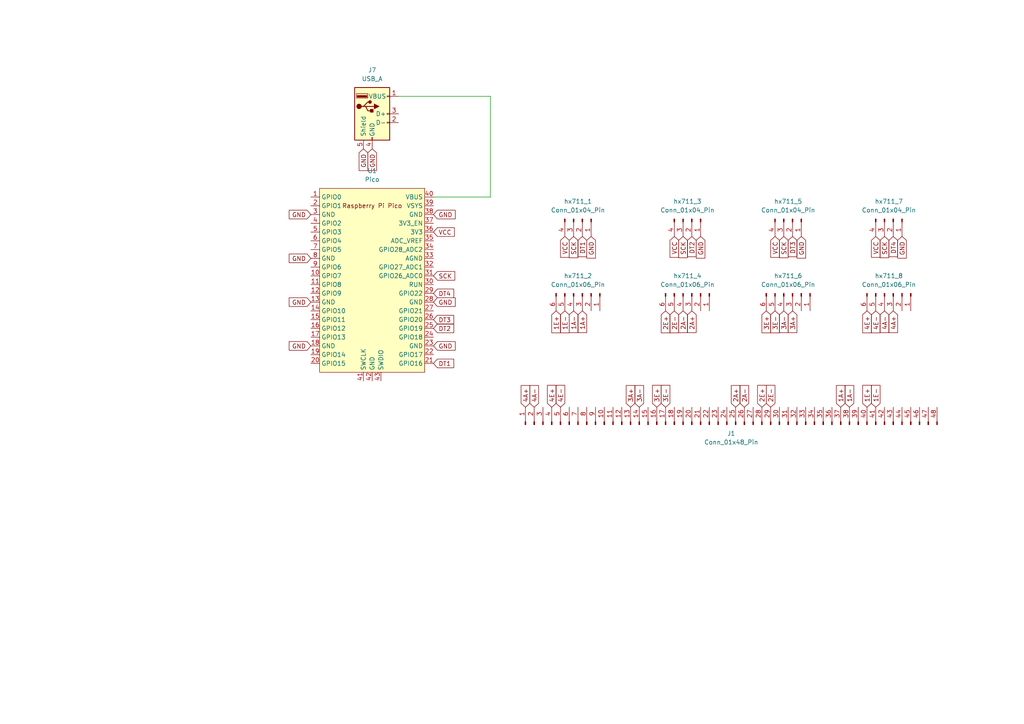
<source format=kicad_sch>
(kicad_sch (version 20231120) (generator "eeschema") (generator_version "8.0")
  (paper "A4")
  (lib_symbols
    (symbol "Connector:Conn_01x04_Pin" (pin_names (offset 1.016) hide)
      (property "Reference" "J" (at 0 5.08 0))
      (property "Value" "Conn_01x04_Pin" (at 0 -7.62 0))
      (symbol "Conn_01x04_Pin_1_1"
        (polyline (pts (xy 1.27 -5.08) (xy 0.8636 -5.08)) (stroke (width 0.1524)))
        (polyline (pts (xy 1.27 -2.54) (xy 0.8636 -2.54)) (stroke (width 0.1524)))
        (polyline (pts (xy 1.27 0) (xy 0.8636 0)) (stroke (width 0.1524)))
        (polyline (pts (xy 1.27 2.54) (xy 0.8636 2.54)) (stroke (width 0.1524)))
        (rectangle (start 0.8636 -4.953) (end 0 -5.207) (stroke (width 0.1524)) (fill (type outline)))
        (rectangle (start 0.8636 -2.413) (end 0 -2.667) (stroke (width 0.1524)) (fill (type outline)))
        (rectangle (start 0.8636 0.127) (end 0 -0.127) (stroke (width 0.1524)) (fill (type outline)))
        (rectangle (start 0.8636 2.667) (end 0 2.413) (stroke (width 0.1524)) (fill (type outline)))
        (pin passive line (at 5.08 2.54 180) (length 3.81) (name "Pin_1") (number "1"))
        (pin passive line (at 5.08 0 180) (length 3.81) (name "Pin_2") (number "2"))
        (pin passive line (at 5.08 -2.54 180) (length 3.81) (name "Pin_3") (number "3"))
        (pin passive line (at 5.08 -5.08 180) (length 3.81) (name "Pin_4") (number "4"))
      )
    )
    (symbol "Connector:Conn_01x06_Pin" (pin_names (offset 1.016) hide)
      (property "Reference" "J" (at 0 7.62 0))
      (property "Value" "Conn_01x06_Pin" (at 0 -10.16 0))
      (symbol "Conn_01x06_Pin_1_1"
        (polyline (pts (xy 1.27 -7.62) (xy 0.8636 -7.62)) (stroke (width 0.1524)))
        (polyline (pts (xy 1.27 -5.08) (xy 0.8636 -5.08)) (stroke (width 0.1524)))
        (polyline (pts (xy 1.27 -2.54) (xy 0.8636 -2.54)) (stroke (width 0.1524)))
        (polyline (pts (xy 1.27 0) (xy 0.8636 0)) (stroke (width 0.1524)))
        (polyline (pts (xy 1.27 2.54) (xy 0.8636 2.54)) (stroke (width 0.1524)))
        (polyline (pts (xy 1.27 5.08) (xy 0.8636 5.08)) (stroke (width 0.1524)))
        (rectangle (start 0.8636 -7.493) (end 0 -7.747) (stroke (width 0.1524)) (fill (type outline)))
        (rectangle (start 0.8636 -4.953) (end 0 -5.207) (stroke (width 0.1524)) (fill (type outline)))
        (rectangle (start 0.8636 -2.413) (end 0 -2.667) (stroke (width 0.1524)) (fill (type outline)))
        (rectangle (start 0.8636 0.127) (end 0 -0.127) (stroke (width 0.1524)) (fill (type outline)))
        (rectangle (start 0.8636 2.667) (end 0 2.413) (stroke (width 0.1524)) (fill (type outline)))
        (rectangle (start 0.8636 5.207) (end 0 4.953) (stroke (width 0.1524)) (fill (type outline)))
        (pin passive line (at 5.08 5.08 180) (length 3.81) (name "Pin_1") (number "1"))
        (pin passive line (at 5.08 2.54 180) (length 3.81) (name "Pin_2") (number "2"))
        (pin passive line (at 5.08 0 180) (length 3.81) (name "Pin_3") (number "3"))
        (pin passive line (at 5.08 -2.54 180) (length 3.81) (name "Pin_4") (number "4"))
        (pin passive line (at 5.08 -5.08 180) (length 3.81) (name "Pin_5") (number "5"))
        (pin passive line (at 5.08 -7.62 180) (length 3.81) (name "Pin_6") (number "6"))
      )
    )
    (symbol "Connector:Conn_01x48_Pin" (pin_names (offset 1.016) hide)
      (property "Reference" "J" (at 0 60.96 0))
      (property "Value" "Conn_01x48_Pin" (at 0 -63.5 0))
      (symbol "Conn_01x48_Pin_1_1"
        (polyline (pts (xy 1.27 -60.96) (xy 0.8636 -60.96)) (stroke (width 0.1524)))
        (polyline (pts (xy 1.27 -58.42) (xy 0.8636 -58.42)) (stroke (width 0.1524)))
        (polyline (pts (xy 1.27 -55.88) (xy 0.8636 -55.88)) (stroke (width 0.1524)))
        (polyline (pts (xy 1.27 -53.34) (xy 0.8636 -53.34)) (stroke (width 0.1524)))
        (polyline (pts (xy 1.27 -50.8) (xy 0.8636 -50.8)) (stroke (width 0.1524)))
        (polyline (pts (xy 1.27 -48.26) (xy 0.8636 -48.26)) (stroke (width 0.1524)))
        (polyline (pts (xy 1.27 -45.72) (xy 0.8636 -45.72)) (stroke (width 0.1524)))
        (polyline (pts (xy 1.27 -43.18) (xy 0.8636 -43.18)) (stroke (width 0.1524)))
        (polyline (pts (xy 1.27 -40.64) (xy 0.8636 -40.64)) (stroke (width 0.1524)))
        (polyline (pts (xy 1.27 -38.1) (xy 0.8636 -38.1)) (stroke (width 0.1524)))
        (polyline (pts (xy 1.27 -35.56) (xy 0.8636 -35.56)) (stroke (width 0.1524)))
        (polyline (pts (xy 1.27 -33.02) (xy 0.8636 -33.02)) (stroke (width 0.1524)))
        (polyline (pts (xy 1.27 -30.48) (xy 0.8636 -30.48)) (stroke (width 0.1524)))
        (polyline (pts (xy 1.27 -27.94) (xy 0.8636 -27.94)) (stroke (width 0.1524)))
        (polyline (pts (xy 1.27 -25.4) (xy 0.8636 -25.4)) (stroke (width 0.1524)))
        (polyline (pts (xy 1.27 -22.86) (xy 0.8636 -22.86)) (stroke (width 0.1524)))
        (polyline (pts (xy 1.27 -20.32) (xy 0.8636 -20.32)) (stroke (width 0.1524)))
        (polyline (pts (xy 1.27 -17.78) (xy 0.8636 -17.78)) (stroke (width 0.1524)))
        (polyline (pts (xy 1.27 -15.24) (xy 0.8636 -15.24)) (stroke (width 0.1524)))
        (polyline (pts (xy 1.27 -12.7) (xy 0.8636 -12.7)) (stroke (width 0.1524)))
        (polyline (pts (xy 1.27 -10.16) (xy 0.8636 -10.16)) (stroke (width 0.1524)))
        (polyline (pts (xy 1.27 -7.62) (xy 0.8636 -7.62)) (stroke (width 0.1524)))
        (polyline (pts (xy 1.27 -5.08) (xy 0.8636 -5.08)) (stroke (width 0.1524)))
        (polyline (pts (xy 1.27 -2.54) (xy 0.8636 -2.54)) (stroke (width 0.1524)))
        (polyline (pts (xy 1.27 0) (xy 0.8636 0)) (stroke (width 0.1524)))
        (polyline (pts (xy 1.27 2.54) (xy 0.8636 2.54)) (stroke (width 0.1524)))
        (polyline (pts (xy 1.27 5.08) (xy 0.8636 5.08)) (stroke (width 0.1524)))
        (polyline (pts (xy 1.27 7.62) (xy 0.8636 7.62)) (stroke (width 0.1524)))
        (polyline (pts (xy 1.27 10.16) (xy 0.8636 10.16)) (stroke (width 0.1524)))
        (polyline (pts (xy 1.27 12.7) (xy 0.8636 12.7)) (stroke (width 0.1524)))
        (polyline (pts (xy 1.27 15.24) (xy 0.8636 15.24)) (stroke (width 0.1524)))
        (polyline (pts (xy 1.27 17.78) (xy 0.8636 17.78)) (stroke (width 0.1524)))
        (polyline (pts (xy 1.27 20.32) (xy 0.8636 20.32)) (stroke (width 0.1524)))
        (polyline (pts (xy 1.27 22.86) (xy 0.8636 22.86)) (stroke (width 0.1524)))
        (polyline (pts (xy 1.27 25.4) (xy 0.8636 25.4)) (stroke (width 0.1524)))
        (polyline (pts (xy 1.27 27.94) (xy 0.8636 27.94)) (stroke (width 0.1524)))
        (polyline (pts (xy 1.27 30.48) (xy 0.8636 30.48)) (stroke (width 0.1524)))
        (polyline (pts (xy 1.27 33.02) (xy 0.8636 33.02)) (stroke (width 0.1524)))
        (polyline (pts (xy 1.27 35.56) (xy 0.8636 35.56)) (stroke (width 0.1524)))
        (polyline (pts (xy 1.27 38.1) (xy 0.8636 38.1)) (stroke (width 0.1524)))
        (polyline (pts (xy 1.27 40.64) (xy 0.8636 40.64)) (stroke (width 0.1524)))
        (polyline (pts (xy 1.27 43.18) (xy 0.8636 43.18)) (stroke (width 0.1524)))
        (polyline (pts (xy 1.27 45.72) (xy 0.8636 45.72)) (stroke (width 0.1524)))
        (polyline (pts (xy 1.27 48.26) (xy 0.8636 48.26)) (stroke (width 0.1524)))
        (polyline (pts (xy 1.27 50.8) (xy 0.8636 50.8)) (stroke (width 0.1524)))
        (polyline (pts (xy 1.27 53.34) (xy 0.8636 53.34)) (stroke (width 0.1524)))
        (polyline (pts (xy 1.27 55.88) (xy 0.8636 55.88)) (stroke (width 0.1524)))
        (polyline (pts (xy 1.27 58.42) (xy 0.8636 58.42)) (stroke (width 0.1524)))
        (rectangle (start 0.8636 -60.833) (end 0 -61.087) (stroke (width 0.1524)) (fill (type outline)))
        (rectangle (start 0.8636 -58.293) (end 0 -58.547) (stroke (width 0.1524)) (fill (type outline)))
        (rectangle (start 0.8636 -55.753) (end 0 -56.007) (stroke (width 0.1524)) (fill (type outline)))
        (rectangle (start 0.8636 -53.213) (end 0 -53.467) (stroke (width 0.1524)) (fill (type outline)))
        (rectangle (start 0.8636 -50.673) (end 0 -50.927) (stroke (width 0.1524)) (fill (type outline)))
        (rectangle (start 0.8636 -48.133) (end 0 -48.387) (stroke (width 0.1524)) (fill (type outline)))
        (rectangle (start 0.8636 -45.593) (end 0 -45.847) (stroke (width 0.1524)) (fill (type outline)))
        (rectangle (start 0.8636 -43.053) (end 0 -43.307) (stroke (width 0.1524)) (fill (type outline)))
        (rectangle (start 0.8636 -40.513) (end 0 -40.767) (stroke (width 0.1524)) (fill (type outline)))
        (rectangle (start 0.8636 -37.973) (end 0 -38.227) (stroke (width 0.1524)) (fill (type outline)))
        (rectangle (start 0.8636 -35.433) (end 0 -35.687) (stroke (width 0.1524)) (fill (type outline)))
        (rectangle (start 0.8636 -32.893) (end 0 -33.147) (stroke (width 0.1524)) (fill (type outline)))
        (rectangle (start 0.8636 -30.353) (end 0 -30.607) (stroke (width 0.1524)) (fill (type outline)))
        (rectangle (start 0.8636 -27.813) (end 0 -28.067) (stroke (width 0.1524)) (fill (type outline)))
        (rectangle (start 0.8636 -25.273) (end 0 -25.527) (stroke (width 0.1524)) (fill (type outline)))
        (rectangle (start 0.8636 -22.733) (end 0 -22.987) (stroke (width 0.1524)) (fill (type outline)))
        (rectangle (start 0.8636 -20.193) (end 0 -20.447) (stroke (width 0.1524)) (fill (type outline)))
        (rectangle (start 0.8636 -17.653) (end 0 -17.907) (stroke (width 0.1524)) (fill (type outline)))
        (rectangle (start 0.8636 -15.113) (end 0 -15.367) (stroke (width 0.1524)) (fill (type outline)))
        (rectangle (start 0.8636 -12.573) (end 0 -12.827) (stroke (width 0.1524)) (fill (type outline)))
        (rectangle (start 0.8636 -10.033) (end 0 -10.287) (stroke (width 0.1524)) (fill (type outline)))
        (rectangle (start 0.8636 -7.493) (end 0 -7.747) (stroke (width 0.1524)) (fill (type outline)))
        (rectangle (start 0.8636 -4.953) (end 0 -5.207) (stroke (width 0.1524)) (fill (type outline)))
        (rectangle (start 0.8636 -2.413) (end 0 -2.667) (stroke (width 0.1524)) (fill (type outline)))
        (rectangle (start 0.8636 0.127) (end 0 -0.127) (stroke (width 0.1524)) (fill (type outline)))
        (rectangle (start 0.8636 2.667) (end 0 2.413) (stroke (width 0.1524)) (fill (type outline)))
        (rectangle (start 0.8636 5.207) (end 0 4.953) (stroke (width 0.1524)) (fill (type outline)))
        (rectangle (start 0.8636 7.747) (end 0 7.493) (stroke (width 0.1524)) (fill (type outline)))
        (rectangle (start 0.8636 10.287) (end 0 10.033) (stroke (width 0.1524)) (fill (type outline)))
        (rectangle (start 0.8636 12.827) (end 0 12.573) (stroke (width 0.1524)) (fill (type outline)))
        (rectangle (start 0.8636 15.367) (end 0 15.113) (stroke (width 0.1524)) (fill (type outline)))
        (rectangle (start 0.8636 17.907) (end 0 17.653) (stroke (width 0.1524)) (fill (type outline)))
        (rectangle (start 0.8636 20.447) (end 0 20.193) (stroke (width 0.1524)) (fill (type outline)))
        (rectangle (start 0.8636 22.987) (end 0 22.733) (stroke (width 0.1524)) (fill (type outline)))
        (rectangle (start 0.8636 25.527) (end 0 25.273) (stroke (width 0.1524)) (fill (type outline)))
        (rectangle (start 0.8636 28.067) (end 0 27.813) (stroke (width 0.1524)) (fill (type outline)))
        (rectangle (start 0.8636 30.607) (end 0 30.353) (stroke (width 0.1524)) (fill (type outline)))
        (rectangle (start 0.8636 33.147) (end 0 32.893) (stroke (width 0.1524)) (fill (type outline)))
        (rectangle (start 0.8636 35.687) (end 0 35.433) (stroke (width 0.1524)) (fill (type outline)))
        (rectangle (start 0.8636 38.227) (end 0 37.973) (stroke (width 0.1524)) (fill (type outline)))
        (rectangle (start 0.8636 40.767) (end 0 40.513) (stroke (width 0.1524)) (fill (type outline)))
        (rectangle (start 0.8636 43.307) (end 0 43.053) (stroke (width 0.1524)) (fill (type outline)))
        (rectangle (start 0.8636 45.847) (end 0 45.593) (stroke (width 0.1524)) (fill (type outline)))
        (rectangle (start 0.8636 48.387) (end 0 48.133) (stroke (width 0.1524)) (fill (type outline)))
        (rectangle (start 0.8636 50.927) (end 0 50.673) (stroke (width 0.1524)) (fill (type outline)))
        (rectangle (start 0.8636 53.467) (end 0 53.213) (stroke (width 0.1524)) (fill (type outline)))
        (rectangle (start 0.8636 56.007) (end 0 55.753) (stroke (width 0.1524)) (fill (type outline)))
        (rectangle (start 0.8636 58.547) (end 0 58.293) (stroke (width 0.1524)) (fill (type outline)))
        (pin passive line (at 5.08 58.42 180) (length 3.81) (name "Pin_1") (number "1"))
        (pin passive line (at 5.08 35.56 180) (length 3.81) (name "Pin_10") (number "10"))
        (pin passive line (at 5.08 33.02 180) (length 3.81) (name "Pin_11") (number "11"))
        (pin passive line (at 5.08 30.48 180) (length 3.81) (name "Pin_12") (number "12"))
        (pin passive line (at 5.08 27.94 180) (length 3.81) (name "Pin_13") (number "13"))
        (pin passive line (at 5.08 25.4 180) (length 3.81) (name "Pin_14") (number "14"))
        (pin passive line (at 5.08 22.86 180) (length 3.81) (name "Pin_15") (number "15"))
        (pin passive line (at 5.08 20.32 180) (length 3.81) (name "Pin_16") (number "16"))
        (pin passive line (at 5.08 17.78 180) (length 3.81) (name "Pin_17") (number "17"))
        (pin passive line (at 5.08 15.24 180) (length 3.81) (name "Pin_18") (number "18"))
        (pin passive line (at 5.08 12.7 180) (length 3.81) (name "Pin_19") (number "19"))
        (pin passive line (at 5.08 55.88 180) (length 3.81) (name "Pin_2") (number "2"))
        (pin passive line (at 5.08 10.16 180) (length 3.81) (name "Pin_20") (number "20"))
        (pin passive line (at 5.08 7.62 180) (length 3.81) (name "Pin_21") (number "21"))
        (pin passive line (at 5.08 5.08 180) (length 3.81) (name "Pin_22") (number "22"))
        (pin passive line (at 5.08 2.54 180) (length 3.81) (name "Pin_23") (number "23"))
        (pin passive line (at 5.08 0 180) (length 3.81) (name "Pin_24") (number "24"))
        (pin passive line (at 5.08 -2.54 180) (length 3.81) (name "Pin_25") (number "25"))
        (pin passive line (at 5.08 -5.08 180) (length 3.81) (name "Pin_26") (number "26"))
        (pin passive line (at 5.08 -7.62 180) (length 3.81) (name "Pin_27") (number "27"))
        (pin passive line (at 5.08 -10.16 180) (length 3.81) (name "Pin_28") (number "28"))
        (pin passive line (at 5.08 -12.7 180) (length 3.81) (name "Pin_29") (number "29"))
        (pin passive line (at 5.08 53.34 180) (length 3.81) (name "Pin_3") (number "3"))
        (pin passive line (at 5.08 -15.24 180) (length 3.81) (name "Pin_30") (number "30"))
        (pin passive line (at 5.08 -17.78 180) (length 3.81) (name "Pin_31") (number "31"))
        (pin passive line (at 5.08 -20.32 180) (length 3.81) (name "Pin_32") (number "32"))
        (pin passive line (at 5.08 -22.86 180) (length 3.81) (name "Pin_33") (number "33"))
        (pin passive line (at 5.08 -25.4 180) (length 3.81) (name "Pin_34") (number "34"))
        (pin passive line (at 5.08 -27.94 180) (length 3.81) (name "Pin_35") (number "35"))
        (pin passive line (at 5.08 -30.48 180) (length 3.81) (name "Pin_36") (number "36"))
        (pin passive line (at 5.08 -33.02 180) (length 3.81) (name "Pin_37") (number "37"))
        (pin passive line (at 5.08 -35.56 180) (length 3.81) (name "Pin_38") (number "38"))
        (pin passive line (at 5.08 -38.1 180) (length 3.81) (name "Pin_39") (number "39"))
        (pin passive line (at 5.08 50.8 180) (length 3.81) (name "Pin_4") (number "4"))
        (pin passive line (at 5.08 -40.64 180) (length 3.81) (name "Pin_40") (number "40"))
        (pin passive line (at 5.08 -43.18 180) (length 3.81) (name "Pin_41") (number "41"))
        (pin passive line (at 5.08 -45.72 180) (length 3.81) (name "Pin_42") (number "42"))
        (pin passive line (at 5.08 -48.26 180) (length 3.81) (name "Pin_43") (number "43"))
        (pin passive line (at 5.08 -50.8 180) (length 3.81) (name "Pin_44") (number "44"))
        (pin passive line (at 5.08 -53.34 180) (length 3.81) (name "Pin_45") (number "45"))
        (pin passive line (at 5.08 -55.88 180) (length 3.81) (name "Pin_46") (number "46"))
        (pin passive line (at 5.08 -58.42 180) (length 3.81) (name "Pin_47") (number "47"))
        (pin passive line (at 5.08 -60.96 180) (length 3.81) (name "Pin_48") (number "48"))
        (pin passive line (at 5.08 48.26 180) (length 3.81) (name "Pin_5") (number "5"))
        (pin passive line (at 5.08 45.72 180) (length 3.81) (name "Pin_6") (number "6"))
        (pin passive line (at 5.08 43.18 180) (length 3.81) (name "Pin_7") (number "7"))
        (pin passive line (at 5.08 40.64 180) (length 3.81) (name "Pin_8") (number "8"))
        (pin passive line (at 5.08 38.1 180) (length 3.81) (name "Pin_9") (number "9"))
      )
    )
    (symbol "Connector:USB_A" (pin_names (offset 1.016))
      (property "Reference" "J" (at -5.08 11.43 0))
      (property "Value" "USB_A" (at -5.08 8.89 0))
      (symbol "USB_A_0_1"
        (rectangle (start -5.08 -7.62) (end 5.08 7.62) (stroke (width 0.254)) (fill (type background)))
        (circle (center -3.81 2.159) (radius 0.635) (stroke (width 0.254)) (fill (type outline)))
        (rectangle (start -1.524 4.826) (end -4.318 5.334) (fill (type outline)))
        (rectangle (start -1.27 4.572) (end -4.572 5.842))
        (circle (center -0.635 3.429) (radius 0.381) (stroke (width 0.254)) (fill (type outline)))
        (rectangle (start -0.127 -7.62) (end 0.127 -6.858))
        (polyline (pts (xy -3.175 2.159) (xy -2.54 2.159) (xy -1.27 3.429) (xy -0.635 3.429)) (stroke (width 0.254)))
        (polyline (pts (xy -2.54 2.159) (xy -1.905 2.159) (xy -1.27 0.889) (xy 0 0.889)) (stroke (width 0.254)))
        (polyline (pts (xy 0.635 2.794) (xy 0.635 1.524) (xy 1.905 2.159) (xy 0.635 2.794)) (stroke (width 0.254)) (fill (type outline)))
        (rectangle (start 0.254 1.27) (end -0.508 0.508) (stroke (width 0.254)) (fill (type outline)))
        (rectangle (start 5.08 -2.667) (end 4.318 -2.413))
        (rectangle (start 5.08 -0.127) (end 4.318 0.127))
        (rectangle (start 5.08 4.953) (end 4.318 5.207))
      )
      (symbol "USB_A_1_1"
        (polyline (pts (xy -1.905 2.159) (xy 0.635 2.159)) (stroke (width 0.254)))
        (pin power_in line (at 7.62 5.08 180) (length 2.54) (name "VBUS") (number "1"))
        (pin bidirectional line (at 7.62 -2.54 180) (length 2.54) (name "D-") (number "2"))
        (pin bidirectional line (at 7.62 0 180) (length 2.54) (name "D+") (number "3"))
        (pin power_in line (at 0 -10.16 90) (length 2.54) (name "GND") (number "4"))
        (pin passive line (at -2.54 -10.16 90) (length 2.54) (name "Shield") (number "5"))
      )
    )
    (symbol "Rasperry Pico 2:Pico"
      (property "Reference" "U" (at -13.97 27.94 0))
      (property "Value" "Pico" (at 0 19.05 0))
      (symbol "Pico_0_0"
        (text "Raspberry Pi Pico" (at 0 21.59 0) (effects (font (size 1.27 1.27))))
      )
      (symbol "Pico_0_1"
        (rectangle (start -15.24 26.67) (end 15.24 -26.67) (fill (type background)))
      )
      (symbol "Pico_1_1"
        (pin bidirectional line (at -17.78 24.13 0) (length 2.54) (name "GPIO0") (number "1"))
        (pin bidirectional line (at -17.78 1.27 0) (length 2.54) (name "GPIO7") (number "10"))
        (pin bidirectional line (at -17.78 -1.27 0) (length 2.54) (name "GPIO8") (number "11"))
        (pin bidirectional line (at -17.78 -3.81 0) (length 2.54) (name "GPIO9") (number "12"))
        (pin power_in line (at -17.78 -6.35 0) (length 2.54) (name "GND") (number "13"))
        (pin bidirectional line (at -17.78 -8.89 0) (length 2.54) (name "GPIO10") (number "14"))
        (pin bidirectional line (at -17.78 -11.43 0) (length 2.54) (name "GPIO11") (number "15"))
        (pin bidirectional line (at -17.78 -13.97 0) (length 2.54) (name "GPIO12") (number "16"))
        (pin bidirectional line (at -17.78 -16.51 0) (length 2.54) (name "GPIO13") (number "17"))
        (pin power_in line (at -17.78 -19.05 0) (length 2.54) (name "GND") (number "18"))
        (pin bidirectional line (at -17.78 -21.59 0) (length 2.54) (name "GPIO14") (number "19"))
        (pin bidirectional line (at -17.78 21.59 0) (length 2.54) (name "GPIO1") (number "2"))
        (pin bidirectional line (at -17.78 -24.13 0) (length 2.54) (name "GPIO15") (number "20"))
        (pin bidirectional line (at 17.78 -24.13 180) (length 2.54) (name "GPIO16") (number "21"))
        (pin bidirectional line (at 17.78 -21.59 180) (length 2.54) (name "GPIO17") (number "22"))
        (pin power_in line (at 17.78 -19.05 180) (length 2.54) (name "GND") (number "23"))
        (pin bidirectional line (at 17.78 -16.51 180) (length 2.54) (name "GPIO18") (number "24"))
        (pin bidirectional line (at 17.78 -13.97 180) (length 2.54) (name "GPIO19") (number "25"))
        (pin bidirectional line (at 17.78 -11.43 180) (length 2.54) (name "GPIO20") (number "26"))
        (pin bidirectional line (at 17.78 -8.89 180) (length 2.54) (name "GPIO21") (number "27"))
        (pin power_in line (at 17.78 -6.35 180) (length 2.54) (name "GND") (number "28"))
        (pin bidirectional line (at 17.78 -3.81 180) (length 2.54) (name "GPIO22") (number "29"))
        (pin power_in line (at -17.78 19.05 0) (length 2.54) (name "GND") (number "3"))
        (pin input line (at 17.78 -1.27 180) (length 2.54) (name "RUN") (number "30"))
        (pin bidirectional line (at 17.78 1.27 180) (length 2.54) (name "GPIO26_ADC0") (number "31"))
        (pin bidirectional line (at 17.78 3.81 180) (length 2.54) (name "GPIO27_ADC1") (number "32"))
        (pin power_in line (at 17.78 6.35 180) (length 2.54) (name "AGND") (number "33"))
        (pin bidirectional line (at 17.78 8.89 180) (length 2.54) (name "GPIO28_ADC2") (number "34"))
        (pin power_in line (at 17.78 11.43 180) (length 2.54) (name "ADC_VREF") (number "35"))
        (pin power_in line (at 17.78 13.97 180) (length 2.54) (name "3V3") (number "36"))
        (pin input line (at 17.78 16.51 180) (length 2.54) (name "3V3_EN") (number "37"))
        (pin bidirectional line (at 17.78 19.05 180) (length 2.54) (name "GND") (number "38"))
        (pin power_in line (at 17.78 21.59 180) (length 2.54) (name "VSYS") (number "39"))
        (pin bidirectional line (at -17.78 16.51 0) (length 2.54) (name "GPIO2") (number "4"))
        (pin power_in line (at 17.78 24.13 180) (length 2.54) (name "VBUS") (number "40"))
        (pin input line (at -2.54 -29.21 90) (length 2.54) (name "SWCLK") (number "41"))
        (pin power_in line (at 0 -29.21 90) (length 2.54) (name "GND") (number "42"))
        (pin bidirectional line (at 2.54 -29.21 90) (length 2.54) (name "SWDIO") (number "43"))
        (pin bidirectional line (at -17.78 13.97 0) (length 2.54) (name "GPIO3") (number "5"))
        (pin bidirectional line (at -17.78 11.43 0) (length 2.54) (name "GPIO4") (number "6"))
        (pin bidirectional line (at -17.78 8.89 0) (length 2.54) (name "GPIO5") (number "7"))
        (pin power_in line (at -17.78 6.35 0) (length 2.54) (name "GND") (number "8"))
        (pin bidirectional line (at -17.78 3.81 0) (length 2.54) (name "GPIO6") (number "9"))
      )
    )
  )
  (wire (pts (xy 115.57 27.94) (xy 142.24 27.94)))
  (wire (pts (xy 125.73 57.15) (xy 142.24 57.15)))
  (wire (pts (xy 142.24 27.94) (xy 142.24 57.15)))
  (global_label "DT2" (shape input) (at 200.66 68.58 270) (property "Intersheetrefs" "${INTERSHEET_REFS}" (effects (hide yes))))
  (global_label "3A-" (shape input) (at 227.33 90.17 270) (property "Intersheetrefs" "${INTERSHEET_REFS}" (effects (hide yes))))
  (global_label "2A-" (shape input) (at 198.12 90.17 270) (property "Intersheetrefs" "${INTERSHEET_REFS}" (effects (hide yes))))
  (global_label "DT4" (shape input) (at 125.73 85.09 0) (property "Intersheetrefs" "${INTERSHEET_REFS}" (effects (hide yes))))
  (global_label "3E+" (shape input) (at 190.5 118.11 90) (property "Intersheetrefs" "${INTERSHEET_REFS}" (effects (hide yes))))
  (global_label "1E-" (shape input) (at 254 118.11 90) (property "Intersheetrefs" "${INTERSHEET_REFS}" (effects (hide yes))))
  (global_label "VCC" (shape input) (at 254 68.58 270) (property "Intersheetrefs" "${INTERSHEET_REFS}" (effects (hide yes))))
  (global_label "DT3" (shape input) (at 125.73 92.71 0) (property "Intersheetrefs" "${INTERSHEET_REFS}" (effects (hide yes))))
  (global_label "1E+" (shape input) (at 251.46 118.11 90) (property "Intersheetrefs" "${INTERSHEET_REFS}" (effects (hide yes))))
  (global_label "4E+" (shape input) (at 160.02 118.11 90) (property "Intersheetrefs" "${INTERSHEET_REFS}" (effects (hide yes))))
  (global_label "GND" (shape input) (at 232.41 68.58 270) (property "Intersheetrefs" "${INTERSHEET_REFS}" (effects (hide yes))))
  (global_label "GND" (shape input) (at 125.73 100.33 0) (property "Intersheetrefs" "${INTERSHEET_REFS}" (effects (hide yes))))
  (global_label "1A-" (shape input) (at 166.37 90.17 270) (property "Intersheetrefs" "${INTERSHEET_REFS}" (effects (hide yes))))
  (global_label "SCK" (shape input) (at 227.33 68.58 270) (property "Intersheetrefs" "${INTERSHEET_REFS}" (effects (hide yes))))
  (global_label "1A+" (shape input) (at 243.84 118.11 90) (property "Intersheetrefs" "${INTERSHEET_REFS}" (effects (hide yes))))
  (global_label "4E-" (shape input) (at 254 90.17 270) (property "Intersheetrefs" "${INTERSHEET_REFS}" (effects (hide yes))))
  (global_label "DT2" (shape input) (at 125.73 95.25 0) (property "Intersheetrefs" "${INTERSHEET_REFS}" (effects (hide yes))))
  (global_label "SCK" (shape input) (at 198.12 68.58 270) (property "Intersheetrefs" "${INTERSHEET_REFS}" (effects (hide yes))))
  (global_label "4A+" (shape input) (at 259.08 90.17 270) (property "Intersheetrefs" "${INTERSHEET_REFS}" (effects (hide yes))))
  (global_label "VCC" (shape input) (at 163.83 68.58 270) (property "Intersheetrefs" "${INTERSHEET_REFS}" (effects (hide yes))))
  (global_label "2A+" (shape input) (at 200.66 90.17 270) (property "Intersheetrefs" "${INTERSHEET_REFS}" (effects (hide yes))))
  (global_label "SCK" (shape input) (at 256.54 68.58 270) (property "Intersheetrefs" "${INTERSHEET_REFS}" (effects (hide yes))))
  (global_label "2E+" (shape input) (at 193.04 90.17 270) (property "Intersheetrefs" "${INTERSHEET_REFS}" (effects (hide yes))))
  (global_label "3A+" (shape input) (at 229.87 90.17 270) (property "Intersheetrefs" "${INTERSHEET_REFS}" (effects (hide yes))))
  (global_label "GND" (shape input) (at 203.2 68.58 270) (property "Intersheetrefs" "${INTERSHEET_REFS}" (effects (hide yes))))
  (global_label "3A+" (shape input) (at 182.88 118.11 90) (property "Intersheetrefs" "${INTERSHEET_REFS}" (effects (hide yes))))
  (global_label "4E-" (shape input) (at 162.56 118.11 90) (property "Intersheetrefs" "${INTERSHEET_REFS}" (effects (hide yes))))
  (global_label "GND" (shape input) (at 90.17 87.63 180) (property "Intersheetrefs" "${INTERSHEET_REFS}" (effects (hide yes))))
  (global_label "GND" (shape input) (at 90.17 62.23 180) (property "Intersheetrefs" "${INTERSHEET_REFS}" (effects (hide yes))))
  (global_label "GND" (shape input) (at 125.73 62.23 0) (property "Intersheetrefs" "${INTERSHEET_REFS}" (effects (hide yes))))
  (global_label "DT3" (shape input) (at 229.87 68.58 270) (property "Intersheetrefs" "${INTERSHEET_REFS}" (effects (hide yes))))
  (global_label "2E-" (shape input) (at 195.58 90.17 270) (property "Intersheetrefs" "${INTERSHEET_REFS}" (effects (hide yes))))
  (global_label "DT1" (shape input) (at 168.91 68.58 270) (property "Intersheetrefs" "${INTERSHEET_REFS}" (effects (hide yes))))
  (global_label "GND" (shape input) (at 261.62 68.58 270) (property "Intersheetrefs" "${INTERSHEET_REFS}" (effects (hide yes))))
  (global_label "VCC" (shape input) (at 125.73 67.31 0) (property "Intersheetrefs" "${INTERSHEET_REFS}" (effects (hide yes))))
  (global_label "GND" (shape input) (at 125.73 87.63 0) (property "Intersheetrefs" "${INTERSHEET_REFS}" (effects (hide yes))))
  (global_label "GND" (shape input) (at 107.95 43.18 270) (property "Intersheetrefs" "${INTERSHEET_REFS}" (effects (hide yes))))
  (global_label "VCC" (shape input) (at 195.58 68.58 270) (property "Intersheetrefs" "${INTERSHEET_REFS}" (effects (hide yes))))
  (global_label "1E-" (shape input) (at 163.83 90.17 270) (property "Intersheetrefs" "${INTERSHEET_REFS}" (effects (hide yes))))
  (global_label "1A-" (shape input) (at 246.38 118.11 90) (property "Intersheetrefs" "${INTERSHEET_REFS}" (effects (hide yes))))
  (global_label "DT1" (shape input) (at 125.73 105.41 0) (property "Intersheetrefs" "${INTERSHEET_REFS}" (effects (hide yes))))
  (global_label "GND" (shape input) (at 90.17 74.93 180) (property "Intersheetrefs" "${INTERSHEET_REFS}" (effects (hide yes))))
  (global_label "2A-" (shape input) (at 215.9 118.11 90) (property "Intersheetrefs" "${INTERSHEET_REFS}" (effects (hide yes))))
  (global_label "SCK" (shape input) (at 125.73 80.01 0) (property "Intersheetrefs" "${INTERSHEET_REFS}" (effects (hide yes))))
  (global_label "2E-" (shape input) (at 223.52 118.11 90) (property "Intersheetrefs" "${INTERSHEET_REFS}" (effects (hide yes))))
  (global_label "GND" (shape input) (at 105.41 43.18 270) (property "Intersheetrefs" "${INTERSHEET_REFS}" (effects (hide yes))))
  (global_label "3A-" (shape input) (at 185.42 118.11 90) (property "Intersheetrefs" "${INTERSHEET_REFS}" (effects (hide yes))))
  (global_label "DT4" (shape input) (at 259.08 68.58 270) (property "Intersheetrefs" "${INTERSHEET_REFS}" (effects (hide yes))))
  (global_label "SCK" (shape input) (at 166.37 68.58 270) (property "Intersheetrefs" "${INTERSHEET_REFS}" (effects (hide yes))))
  (global_label "3E+" (shape input) (at 222.25 90.17 270) (property "Intersheetrefs" "${INTERSHEET_REFS}" (effects (hide yes))))
  (global_label "VCC" (shape input) (at 224.79 68.58 270) (property "Intersheetrefs" "${INTERSHEET_REFS}" (effects (hide yes))))
  (global_label "GND" (shape input) (at 90.17 100.33 180) (property "Intersheetrefs" "${INTERSHEET_REFS}" (effects (hide yes))))
  (global_label "3E-" (shape input) (at 224.79 90.17 270) (property "Intersheetrefs" "${INTERSHEET_REFS}" (effects (hide yes))))
  (global_label "1E+" (shape input) (at 161.29 90.17 270) (property "Intersheetrefs" "${INTERSHEET_REFS}" (effects (hide yes))))
  (global_label "4A+" (shape input) (at 152.4 118.11 90) (property "Intersheetrefs" "${INTERSHEET_REFS}" (effects (hide yes))))
  (global_label "1A+" (shape input) (at 168.91 90.17 270) (property "Intersheetrefs" "${INTERSHEET_REFS}" (effects (hide yes))))
  (global_label "3E-" (shape input) (at 193.04 118.11 90) (property "Intersheetrefs" "${INTERSHEET_REFS}" (effects (hide yes))))
  (global_label "4A-" (shape input) (at 154.94 118.11 90) (property "Intersheetrefs" "${INTERSHEET_REFS}" (effects (hide yes))))
  (global_label "4A-" (shape input) (at 256.54 90.17 270) (property "Intersheetrefs" "${INTERSHEET_REFS}" (effects (hide yes))))
  (global_label "2E+" (shape input) (at 220.98 118.11 90) (property "Intersheetrefs" "${INTERSHEET_REFS}" (effects (hide yes))))
  (global_label "GND" (shape input) (at 171.45 68.58 270) (property "Intersheetrefs" "${INTERSHEET_REFS}" (effects (hide yes))))
  (global_label "2A+" (shape input) (at 213.36 118.11 90) (property "Intersheetrefs" "${INTERSHEET_REFS}" (effects (hide yes))))
  (global_label "4E+" (shape input) (at 251.46 90.17 270) (property "Intersheetrefs" "${INTERSHEET_REFS}" (effects (hide yes))))
  (symbol (lib_id "Connector:Conn_01x04_Pin") (at 259.08 63.5 270) (unit 1)
    (property "Reference" "hx711_7" (at 257.81 58.42 90))
    (property "Value" "Conn_01x04_Pin" (at 257.81 60.96 90))
    (property "Footprint" "Connector_PinSocket_2.54mm:PinSocket_1x04_P2.54mm_Vertical" (effects (hide yes)))
    (property "Description" "Generic connector, single row, 01x04, script generated" (effects (hide yes)))
  )
  (symbol (lib_id "Connector:Conn_01x06_Pin") (at 168.91 85.09 270) (unit 1)
    (property "Reference" "hx711_2" (at 167.64 80.01 90))
    (property "Value" "Conn_01x06_Pin" (at 167.64 82.55 90))
    (property "Footprint" "Connector_PinSocket_2.54mm:PinSocket_1x06_P2.54mm_Vertical" (effects (hide yes)))
    (property "Description" "Generic connector, single row, 01x06, script generated" (effects (hide yes)))
  )
  (symbol (lib_id "Rasperry Pico 2:Pico") (at 107.95 81.28 0) (unit 1)
    (property "Reference" "U1" (at 107.95 49.53 0))
    (property "Value" "Pico" (at 107.95 52.07 0))
    (property "Footprint" "Rasperry Pico 2:RPi_Pico_SMD_TH" (effects (hide yes)))
  )
  (symbol (lib_id "Connector:USB_A") (at 107.95 33.02 0) (unit 1)
    (property "Reference" "J7" (at 107.95 20.32 0))
    (property "Value" "USB_A" (at 107.95 22.86 0))
    (property "Footprint" "Connector_USB:USB_A_Molex_67643_Horizontal" (effects (hide yes)))
    (property "Description" "USB Type A connector" (effects (hide yes)))
  )
  (symbol (lib_id "Connector:Conn_01x04_Pin") (at 168.91 63.5 270) (unit 1)
    (property "Reference" "hx711_1" (at 167.64 58.42 90))
    (property "Value" "Conn_01x04_Pin" (at 167.64 60.96 90))
    (property "Footprint" "Connector_PinSocket_2.54mm:PinSocket_1x04_P2.54mm_Vertical" (effects (hide yes)))
    (property "Description" "Generic connector, single row, 01x04, script generated" (effects (hide yes)))
  )
  (symbol (lib_id "Connector:Conn_01x06_Pin") (at 259.08 85.09 270) (unit 1)
    (property "Reference" "hx711_8" (at 257.81 80.01 90))
    (property "Value" "Conn_01x06_Pin" (at 257.81 82.55 90))
    (property "Footprint" "Connector_PinSocket_2.54mm:PinSocket_1x06_P2.54mm_Vertical" (effects (hide yes)))
    (property "Description" "Generic connector, single row, 01x06, script generated" (effects (hide yes)))
  )
  (symbol (lib_id "Connector:Conn_01x06_Pin") (at 229.87 85.09 270) (unit 1)
    (property "Reference" "hx711_6" (at 228.6 80.01 90))
    (property "Value" "Conn_01x06_Pin" (at 228.6 82.55 90))
    (property "Footprint" "Connector_PinSocket_2.54mm:PinSocket_1x06_P2.54mm_Vertical" (effects (hide yes)))
    (property "Description" "Generic connector, single row, 01x06, script generated" (effects (hide yes)))
  )
  (symbol (lib_id "Connector:Conn_01x06_Pin") (at 200.66 85.09 270) (unit 1)
    (property "Reference" "hx711_4" (at 199.39 80.01 90))
    (property "Value" "Conn_01x06_Pin" (at 199.39 82.55 90))
    (property "Footprint" "Connector_PinSocket_2.54mm:PinSocket_1x06_P2.54mm_Vertical" (effects (hide yes)))
    (property "Description" "Generic connector, single row, 01x06, script generated" (effects (hide yes)))
  )
  (symbol (lib_id "Connector:Conn_01x04_Pin") (at 200.66 63.5 270) (unit 1)
    (property "Reference" "hx711_3" (at 199.39 58.42 90))
    (property "Value" "Conn_01x04_Pin" (at 199.39 60.96 90))
    (property "Footprint" "Connector_PinSocket_2.54mm:PinSocket_1x04_P2.54mm_Vertical" (effects (hide yes)))
    (property "Description" "Generic connector, single row, 01x04, script generated" (effects (hide yes)))
  )
  (symbol (lib_id "Connector:Conn_01x04_Pin") (at 229.87 63.5 270) (unit 1)
    (property "Reference" "hx711_5" (at 228.6 58.42 90))
    (property "Value" "Conn_01x04_Pin" (at 228.6 60.96 90))
    (property "Footprint" "Connector_PinSocket_2.54mm:PinSocket_1x04_P2.54mm_Vertical" (effects (hide yes)))
    (property "Description" "Generic connector, single row, 01x04, script generated" (effects (hide yes)))
  )
  (symbol (lib_id "Connector:Conn_01x48_Pin") (at 210.82 123.19 90) (unit 1)
    (property "Reference" "J1" (at 212.09 125.73 90))
    (property "Value" "Conn_01x48_Pin" (at 212.09 128.27 90))
    (property "Footprint" "Connector_RJ:RJ45_Amphenol_RJHSE538X-04" (effects (hide yes)))
    (property "Description" "\"Generic connector, single row, 01x48, script generated\"" (effects (hide yes)))
  )
)
</source>
